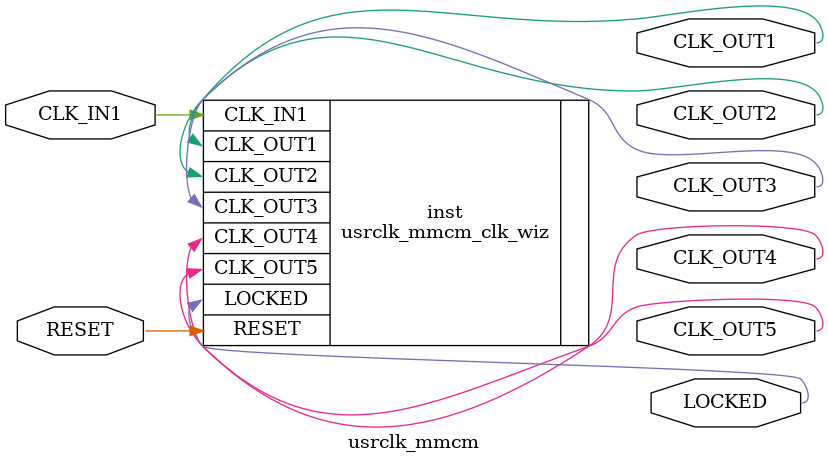
<source format=v>


`timescale 1ps/1ps

(* CORE_GENERATION_INFO = "usrclk_mmcm,clk_wiz_v6_0_5_0_0,{component_name=usrclk_mmcm,use_phase_alignment=true,use_min_o_jitter=false,use_max_i_jitter=false,use_dyn_phase_shift=false,use_inclk_switchover=false,use_dyn_reconfig=false,enable_axi=0,feedback_source=FDBK_AUTO,PRIMITIVE=MMCM,num_out_clk=5,clkin1_period=25.000,clkin2_period=10.0,use_power_down=false,use_reset=true,use_locked=true,use_inclk_stopped=false,feedback_type=SINGLE,CLOCK_MGR_TYPE=NA,manual_override=false}" *)

module usrclk_mmcm 
 (
  // Clock out ports
  output        CLK_OUT1,
  output        CLK_OUT2,
  output        CLK_OUT3,
  output        CLK_OUT4,
  output        CLK_OUT5,
  // Status and control signals
  input         RESET,
  output        LOCKED,
 // Clock in ports
  input         CLK_IN1
 );

  usrclk_mmcm_clk_wiz inst
  (
  // Clock out ports  
  .CLK_OUT1(CLK_OUT1),
  .CLK_OUT2(CLK_OUT2),
  .CLK_OUT3(CLK_OUT3),
  .CLK_OUT4(CLK_OUT4),
  .CLK_OUT5(CLK_OUT5),
  // Status and control signals               
  .RESET(RESET), 
  .LOCKED(LOCKED),
 // Clock in ports
  .CLK_IN1(CLK_IN1)
  );

endmodule

</source>
